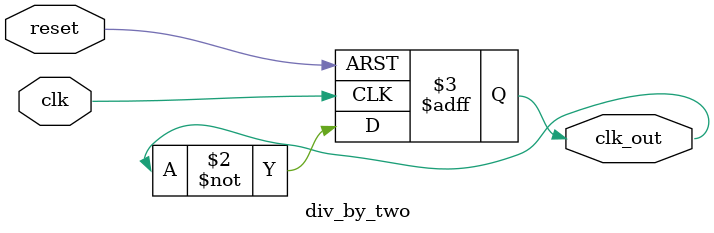
<source format=v>
module div_by_two(
    input wire clk,       // Input clock signal
    input wire reset,     // Asynchronous reset signal
    output reg clk_out    // Output clock signal (divided by 2)
);

    always @(posedge clk or posedge reset) begin
        if (reset) begin
            clk_out <= 1'b0; 
        end else begin
            clk_out <= ~clk_out;  // Toggle the output clock
        end
    end

endmodule

</source>
